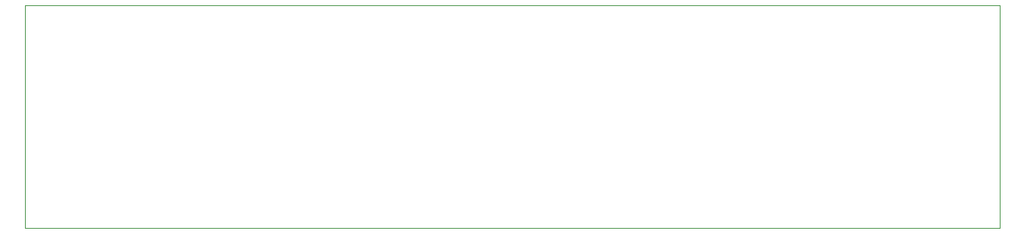
<source format=gko>
%TF.GenerationSoftware,KiCad,Pcbnew,8.0.3*%
%TF.CreationDate,2024-07-22T20:15:05+05:30*%
%TF.ProjectId,learn_modbus_v1,6c656172-6e5f-46d6-9f64-6275735f7631,rev?*%
%TF.SameCoordinates,Original*%
%TF.FileFunction,Profile,NP*%
%FSLAX46Y46*%
G04 Gerber Fmt 4.6, Leading zero omitted, Abs format (unit mm)*
G04 Created by KiCad (PCBNEW 8.0.3) date 2024-07-22 20:15:05*
%MOMM*%
%LPD*%
G01*
G04 APERTURE LIST*
%TA.AperFunction,Profile*%
%ADD10C,0.050000*%
%TD*%
G04 APERTURE END LIST*
D10*
X187000000Y-90000000D02*
X78000000Y-90000000D01*
X187000000Y-90000000D02*
X187000000Y-65000000D01*
X78000000Y-65000000D02*
X78000000Y-68000000D01*
X78000000Y-90000000D02*
X78000000Y-68000000D01*
X187000000Y-65000000D02*
X78000000Y-65000000D01*
M02*

</source>
